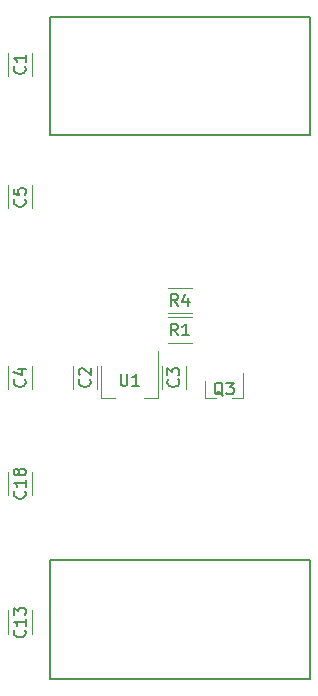
<source format=gbr>
G04 #@! TF.FileFunction,Legend,Top*
%FSLAX46Y46*%
G04 Gerber Fmt 4.6, Leading zero omitted, Abs format (unit mm)*
G04 Created by KiCad (PCBNEW 4.0.7) date 04/20/18 12:20:10*
%MOMM*%
%LPD*%
G01*
G04 APERTURE LIST*
%ADD10C,0.100000*%
%ADD11C,0.120000*%
%ADD12C,0.150000*%
G04 APERTURE END LIST*
D10*
D11*
X19000000Y-26430000D02*
X21000000Y-26430000D01*
X21000000Y-28570000D02*
X19000000Y-28570000D01*
X19000000Y-23930000D02*
X21000000Y-23930000D01*
X21000000Y-26070000D02*
X19000000Y-26070000D01*
X22170000Y-33260000D02*
X23100000Y-33260000D01*
X25330000Y-33260000D02*
X24400000Y-33260000D01*
X25330000Y-33260000D02*
X25330000Y-31100000D01*
X22170000Y-33260000D02*
X22170000Y-31800000D01*
X7520000Y-6000000D02*
X7520000Y-4000000D01*
X5480000Y-4000000D02*
X5480000Y-6000000D01*
X13020000Y-32500000D02*
X13020000Y-30500000D01*
X10980000Y-30500000D02*
X10980000Y-32500000D01*
X20520000Y-32500000D02*
X20520000Y-30500000D01*
X18480000Y-30500000D02*
X18480000Y-32500000D01*
X7520000Y-32500000D02*
X7520000Y-30500000D01*
X5480000Y-30500000D02*
X5480000Y-32500000D01*
X5480000Y-15200000D02*
X5480000Y-17200000D01*
X7520000Y-17200000D02*
X7520000Y-15200000D01*
X5480000Y-51200000D02*
X5480000Y-53200000D01*
X7520000Y-53200000D02*
X7520000Y-51200000D01*
X7520000Y-41500000D02*
X7520000Y-39500000D01*
X5480000Y-39500000D02*
X5480000Y-41500000D01*
X14550000Y-33280000D02*
X13350000Y-33280000D01*
X13350000Y-33280000D02*
X13350000Y-30580000D01*
X18150000Y-29280000D02*
X18150000Y-33280000D01*
X18150000Y-33280000D02*
X16950000Y-33280000D01*
D12*
X9000000Y-57000000D02*
X31000000Y-57000000D01*
X31000000Y-47000000D02*
X9000000Y-47000000D01*
X9000000Y-47000000D02*
X9000000Y-57000000D01*
X31000000Y-57000000D02*
X31000000Y-47000000D01*
X9000000Y-11000000D02*
X31000000Y-11000000D01*
X31000000Y-1000000D02*
X9000000Y-1000000D01*
X9000000Y-1000000D02*
X9000000Y-11000000D01*
X31000000Y-11000000D02*
X31000000Y-1000000D01*
X19833334Y-27952381D02*
X19500000Y-27476190D01*
X19261905Y-27952381D02*
X19261905Y-26952381D01*
X19642858Y-26952381D01*
X19738096Y-27000000D01*
X19785715Y-27047619D01*
X19833334Y-27142857D01*
X19833334Y-27285714D01*
X19785715Y-27380952D01*
X19738096Y-27428571D01*
X19642858Y-27476190D01*
X19261905Y-27476190D01*
X20785715Y-27952381D02*
X20214286Y-27952381D01*
X20500000Y-27952381D02*
X20500000Y-26952381D01*
X20404762Y-27095238D01*
X20309524Y-27190476D01*
X20214286Y-27238095D01*
X19833334Y-25452381D02*
X19500000Y-24976190D01*
X19261905Y-25452381D02*
X19261905Y-24452381D01*
X19642858Y-24452381D01*
X19738096Y-24500000D01*
X19785715Y-24547619D01*
X19833334Y-24642857D01*
X19833334Y-24785714D01*
X19785715Y-24880952D01*
X19738096Y-24928571D01*
X19642858Y-24976190D01*
X19261905Y-24976190D01*
X20690477Y-24785714D02*
X20690477Y-25452381D01*
X20452381Y-24404762D02*
X20214286Y-25119048D01*
X20833334Y-25119048D01*
X23654762Y-33047619D02*
X23559524Y-33000000D01*
X23464286Y-32904762D01*
X23321429Y-32761905D01*
X23226190Y-32714286D01*
X23130952Y-32714286D01*
X23178571Y-32952381D02*
X23083333Y-32904762D01*
X22988095Y-32809524D01*
X22940476Y-32619048D01*
X22940476Y-32285714D01*
X22988095Y-32095238D01*
X23083333Y-32000000D01*
X23178571Y-31952381D01*
X23369048Y-31952381D01*
X23464286Y-32000000D01*
X23559524Y-32095238D01*
X23607143Y-32285714D01*
X23607143Y-32619048D01*
X23559524Y-32809524D01*
X23464286Y-32904762D01*
X23369048Y-32952381D01*
X23178571Y-32952381D01*
X23940476Y-31952381D02*
X24559524Y-31952381D01*
X24226190Y-32333333D01*
X24369048Y-32333333D01*
X24464286Y-32380952D01*
X24511905Y-32428571D01*
X24559524Y-32523810D01*
X24559524Y-32761905D01*
X24511905Y-32857143D01*
X24464286Y-32904762D01*
X24369048Y-32952381D01*
X24083333Y-32952381D01*
X23988095Y-32904762D01*
X23940476Y-32857143D01*
X6857143Y-5166666D02*
X6904762Y-5214285D01*
X6952381Y-5357142D01*
X6952381Y-5452380D01*
X6904762Y-5595238D01*
X6809524Y-5690476D01*
X6714286Y-5738095D01*
X6523810Y-5785714D01*
X6380952Y-5785714D01*
X6190476Y-5738095D01*
X6095238Y-5690476D01*
X6000000Y-5595238D01*
X5952381Y-5452380D01*
X5952381Y-5357142D01*
X6000000Y-5214285D01*
X6047619Y-5166666D01*
X6952381Y-4214285D02*
X6952381Y-4785714D01*
X6952381Y-4500000D02*
X5952381Y-4500000D01*
X6095238Y-4595238D01*
X6190476Y-4690476D01*
X6238095Y-4785714D01*
X12357143Y-31666666D02*
X12404762Y-31714285D01*
X12452381Y-31857142D01*
X12452381Y-31952380D01*
X12404762Y-32095238D01*
X12309524Y-32190476D01*
X12214286Y-32238095D01*
X12023810Y-32285714D01*
X11880952Y-32285714D01*
X11690476Y-32238095D01*
X11595238Y-32190476D01*
X11500000Y-32095238D01*
X11452381Y-31952380D01*
X11452381Y-31857142D01*
X11500000Y-31714285D01*
X11547619Y-31666666D01*
X11547619Y-31285714D02*
X11500000Y-31238095D01*
X11452381Y-31142857D01*
X11452381Y-30904761D01*
X11500000Y-30809523D01*
X11547619Y-30761904D01*
X11642857Y-30714285D01*
X11738095Y-30714285D01*
X11880952Y-30761904D01*
X12452381Y-31333333D01*
X12452381Y-30714285D01*
X19857143Y-31666666D02*
X19904762Y-31714285D01*
X19952381Y-31857142D01*
X19952381Y-31952380D01*
X19904762Y-32095238D01*
X19809524Y-32190476D01*
X19714286Y-32238095D01*
X19523810Y-32285714D01*
X19380952Y-32285714D01*
X19190476Y-32238095D01*
X19095238Y-32190476D01*
X19000000Y-32095238D01*
X18952381Y-31952380D01*
X18952381Y-31857142D01*
X19000000Y-31714285D01*
X19047619Y-31666666D01*
X18952381Y-31333333D02*
X18952381Y-30714285D01*
X19333333Y-31047619D01*
X19333333Y-30904761D01*
X19380952Y-30809523D01*
X19428571Y-30761904D01*
X19523810Y-30714285D01*
X19761905Y-30714285D01*
X19857143Y-30761904D01*
X19904762Y-30809523D01*
X19952381Y-30904761D01*
X19952381Y-31190476D01*
X19904762Y-31285714D01*
X19857143Y-31333333D01*
X6857143Y-31666666D02*
X6904762Y-31714285D01*
X6952381Y-31857142D01*
X6952381Y-31952380D01*
X6904762Y-32095238D01*
X6809524Y-32190476D01*
X6714286Y-32238095D01*
X6523810Y-32285714D01*
X6380952Y-32285714D01*
X6190476Y-32238095D01*
X6095238Y-32190476D01*
X6000000Y-32095238D01*
X5952381Y-31952380D01*
X5952381Y-31857142D01*
X6000000Y-31714285D01*
X6047619Y-31666666D01*
X6285714Y-30809523D02*
X6952381Y-30809523D01*
X5904762Y-31047619D02*
X6619048Y-31285714D01*
X6619048Y-30666666D01*
X6857143Y-16416666D02*
X6904762Y-16464285D01*
X6952381Y-16607142D01*
X6952381Y-16702380D01*
X6904762Y-16845238D01*
X6809524Y-16940476D01*
X6714286Y-16988095D01*
X6523810Y-17035714D01*
X6380952Y-17035714D01*
X6190476Y-16988095D01*
X6095238Y-16940476D01*
X6000000Y-16845238D01*
X5952381Y-16702380D01*
X5952381Y-16607142D01*
X6000000Y-16464285D01*
X6047619Y-16416666D01*
X5952381Y-15511904D02*
X5952381Y-15988095D01*
X6428571Y-16035714D01*
X6380952Y-15988095D01*
X6333333Y-15892857D01*
X6333333Y-15654761D01*
X6380952Y-15559523D01*
X6428571Y-15511904D01*
X6523810Y-15464285D01*
X6761905Y-15464285D01*
X6857143Y-15511904D01*
X6904762Y-15559523D01*
X6952381Y-15654761D01*
X6952381Y-15892857D01*
X6904762Y-15988095D01*
X6857143Y-16035714D01*
X6857143Y-52892857D02*
X6904762Y-52940476D01*
X6952381Y-53083333D01*
X6952381Y-53178571D01*
X6904762Y-53321429D01*
X6809524Y-53416667D01*
X6714286Y-53464286D01*
X6523810Y-53511905D01*
X6380952Y-53511905D01*
X6190476Y-53464286D01*
X6095238Y-53416667D01*
X6000000Y-53321429D01*
X5952381Y-53178571D01*
X5952381Y-53083333D01*
X6000000Y-52940476D01*
X6047619Y-52892857D01*
X6952381Y-51940476D02*
X6952381Y-52511905D01*
X6952381Y-52226191D02*
X5952381Y-52226191D01*
X6095238Y-52321429D01*
X6190476Y-52416667D01*
X6238095Y-52511905D01*
X5952381Y-51607143D02*
X5952381Y-50988095D01*
X6333333Y-51321429D01*
X6333333Y-51178571D01*
X6380952Y-51083333D01*
X6428571Y-51035714D01*
X6523810Y-50988095D01*
X6761905Y-50988095D01*
X6857143Y-51035714D01*
X6904762Y-51083333D01*
X6952381Y-51178571D01*
X6952381Y-51464286D01*
X6904762Y-51559524D01*
X6857143Y-51607143D01*
X6857143Y-41142857D02*
X6904762Y-41190476D01*
X6952381Y-41333333D01*
X6952381Y-41428571D01*
X6904762Y-41571429D01*
X6809524Y-41666667D01*
X6714286Y-41714286D01*
X6523810Y-41761905D01*
X6380952Y-41761905D01*
X6190476Y-41714286D01*
X6095238Y-41666667D01*
X6000000Y-41571429D01*
X5952381Y-41428571D01*
X5952381Y-41333333D01*
X6000000Y-41190476D01*
X6047619Y-41142857D01*
X6952381Y-40190476D02*
X6952381Y-40761905D01*
X6952381Y-40476191D02*
X5952381Y-40476191D01*
X6095238Y-40571429D01*
X6190476Y-40666667D01*
X6238095Y-40761905D01*
X6380952Y-39619048D02*
X6333333Y-39714286D01*
X6285714Y-39761905D01*
X6190476Y-39809524D01*
X6142857Y-39809524D01*
X6047619Y-39761905D01*
X6000000Y-39714286D01*
X5952381Y-39619048D01*
X5952381Y-39428571D01*
X6000000Y-39333333D01*
X6047619Y-39285714D01*
X6142857Y-39238095D01*
X6190476Y-39238095D01*
X6285714Y-39285714D01*
X6333333Y-39333333D01*
X6380952Y-39428571D01*
X6380952Y-39619048D01*
X6428571Y-39714286D01*
X6476190Y-39761905D01*
X6571429Y-39809524D01*
X6761905Y-39809524D01*
X6857143Y-39761905D01*
X6904762Y-39714286D01*
X6952381Y-39619048D01*
X6952381Y-39428571D01*
X6904762Y-39333333D01*
X6857143Y-39285714D01*
X6761905Y-39238095D01*
X6571429Y-39238095D01*
X6476190Y-39285714D01*
X6428571Y-39333333D01*
X6380952Y-39428571D01*
X14988095Y-31202381D02*
X14988095Y-32011905D01*
X15035714Y-32107143D01*
X15083333Y-32154762D01*
X15178571Y-32202381D01*
X15369048Y-32202381D01*
X15464286Y-32154762D01*
X15511905Y-32107143D01*
X15559524Y-32011905D01*
X15559524Y-31202381D01*
X16559524Y-32202381D02*
X15988095Y-32202381D01*
X16273809Y-32202381D02*
X16273809Y-31202381D01*
X16178571Y-31345238D01*
X16083333Y-31440476D01*
X15988095Y-31488095D01*
M02*

</source>
